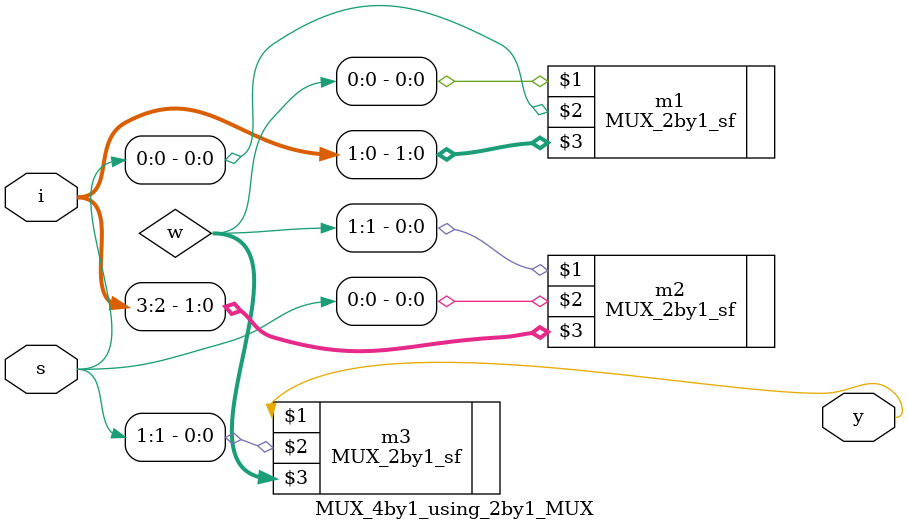
<source format=v>
`timescale 1ns / 1ps


module MUX_4by1_using_2by1_MUX(y,s,i);
input [3:0]i;
input [1:0]s;
output y;
wire [1:0]w;

MUX_2by1_sf m1(w[0],s[0],i[1:0]);
MUX_2by1_sf m2(w[1],s[0],i[3:2]);
MUX_2by1_sf m3(y,s[1],w[1:0]);
endmodule

</source>
